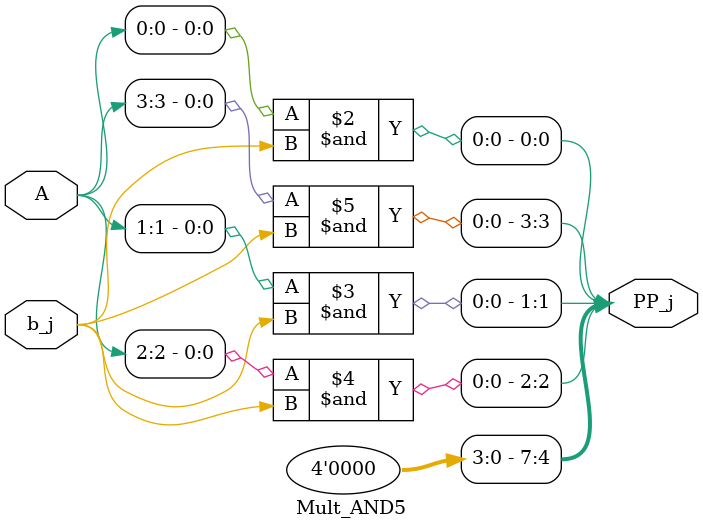
<source format=v>
`timescale 1ns / 1ps


module Mult_AND5(
input [3:0] A,
input b_j,
output reg [7:0] PP_j
);


    
always @ (*)
begin
   PP_j <= {A[3] & b_j, A[2] & b_j, A[1] & b_j, A[0] & b_j};
end
endmodule

</source>
